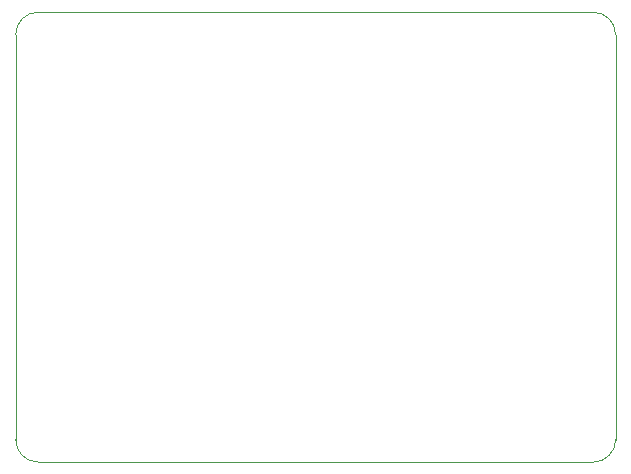
<source format=gbr>
%TF.GenerationSoftware,KiCad,Pcbnew,5.1.12-84ad8e8a86~92~ubuntu20.04.1*%
%TF.CreationDate,2022-02-14T15:52:14-03:00*%
%TF.ProjectId,DD_CMOS,44445f43-4d4f-4532-9e6b-696361645f70,1.0.2*%
%TF.SameCoordinates,Original*%
%TF.FileFunction,Profile,NP*%
%FSLAX46Y46*%
G04 Gerber Fmt 4.6, Leading zero omitted, Abs format (unit mm)*
G04 Created by KiCad (PCBNEW 5.1.12-84ad8e8a86~92~ubuntu20.04.1) date 2022-02-14 15:52:14*
%MOMM*%
%LPD*%
G01*
G04 APERTURE LIST*
%TA.AperFunction,Profile*%
%ADD10C,0.100000*%
%TD*%
G04 APERTURE END LIST*
D10*
X103505000Y-124460000D02*
G75*
G02*
X101600000Y-122555000I0J1905000D01*
G01*
X152400000Y-122555000D02*
G75*
G02*
X150495000Y-124460000I-1905000J0D01*
G01*
X150495000Y-86360000D02*
G75*
G02*
X152400000Y-88265000I0J-1905000D01*
G01*
X101600000Y-88265000D02*
G75*
G02*
X103505000Y-86360000I1905000J0D01*
G01*
X150495000Y-86360000D02*
X103505000Y-86360000D01*
X152400000Y-122555000D02*
X152400000Y-88265000D01*
X103505000Y-124460000D02*
X150495000Y-124460000D01*
X101600000Y-88265000D02*
X101600000Y-122555000D01*
M02*

</source>
